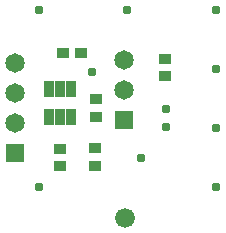
<source format=gts>
%FSLAX25Y25*%
%MOIN*%
G70*
G01*
G75*
G04 Layer_Color=8388736*
%ADD10R,0.03543X0.03150*%
%ADD11R,0.03543X0.02756*%
%ADD12R,0.02756X0.05118*%
%ADD13R,0.03347X0.02756*%
%ADD14C,0.01969*%
%ADD15C,0.01575*%
%ADD16C,0.01181*%
%ADD17C,0.00984*%
%ADD18C,0.05906*%
%ADD19R,0.05906X0.05906*%
%ADD20C,0.06000*%
%ADD21C,0.02500*%
%ADD22C,0.00787*%
%ADD23C,0.00606*%
%ADD24R,0.04134X0.03740*%
%ADD25R,0.04134X0.03347*%
%ADD26R,0.03347X0.05709*%
%ADD27R,0.03937X0.03347*%
%ADD28C,0.06496*%
%ADD29R,0.06496X0.06496*%
%ADD30C,0.06591*%
%ADD31C,0.03091*%
D24*
X554724Y435827D02*
D03*
Y430315D02*
D03*
X519685Y405905D02*
D03*
Y400394D02*
D03*
D25*
X531693Y416551D02*
D03*
Y422457D02*
D03*
X531496Y400197D02*
D03*
Y406102D02*
D03*
D26*
X523425Y416535D02*
D03*
X519685D02*
D03*
X515945D02*
D03*
Y425984D02*
D03*
X519685D02*
D03*
X523425D02*
D03*
D27*
X526673Y437795D02*
D03*
X520571D02*
D03*
D28*
X504724Y434724D02*
D03*
Y424724D02*
D03*
Y414724D02*
D03*
X540945Y425748D02*
D03*
Y435748D02*
D03*
D29*
X504724Y404724D02*
D03*
X540945Y415748D02*
D03*
D30*
X541339Y383071D02*
D03*
D31*
X546701Y402883D02*
D03*
X512598Y393307D02*
D03*
Y452362D02*
D03*
X542126D02*
D03*
X571654D02*
D03*
Y432677D02*
D03*
Y412992D02*
D03*
Y393307D02*
D03*
X530315Y431496D02*
D03*
X555118Y419291D02*
D03*
Y413386D02*
D03*
M02*

</source>
